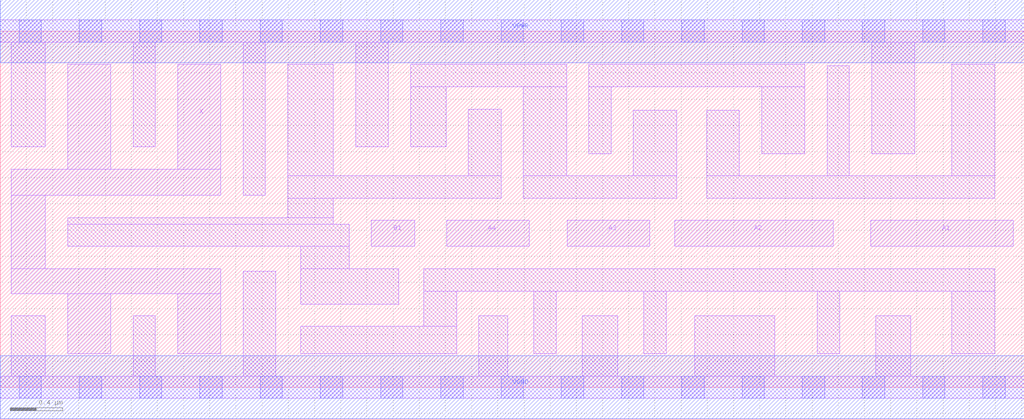
<source format=lef>
# Copyright 2020 The SkyWater PDK Authors
#
# Licensed under the Apache License, Version 2.0 (the "License");
# you may not use this file except in compliance with the License.
# You may obtain a copy of the License at
#
#     https://www.apache.org/licenses/LICENSE-2.0
#
# Unless required by applicable law or agreed to in writing, software
# distributed under the License is distributed on an "AS IS" BASIS,
# WITHOUT WARRANTIES OR CONDITIONS OF ANY KIND, either express or implied.
# See the License for the specific language governing permissions and
# limitations under the License.
#
# SPDX-License-Identifier: Apache-2.0

VERSION 5.7 ;
  NAMESCASESENSITIVE ON ;
  NOWIREEXTENSIONATPIN ON ;
  DIVIDERCHAR "/" ;
  BUSBITCHARS "[]" ;
UNITS
  DATABASE MICRONS 200 ;
END UNITS
MACRO sky130_fd_sc_hd__o41a_4
  CLASS CORE ;
  SOURCE USER ;
  FOREIGN sky130_fd_sc_hd__o41a_4 ;
  ORIGIN  0.000000  0.000000 ;
  SIZE  7.820000 BY  2.720000 ;
  SYMMETRY X Y R90 ;
  SITE unithd ;
  PIN A1
    ANTENNAGATEAREA  0.495000 ;
    DIRECTION INPUT ;
    USE SIGNAL ;
    PORT
      LAYER li1 ;
        RECT 6.650000 1.075000 7.735000 1.275000 ;
    END
  END A1
  PIN A2
    ANTENNAGATEAREA  0.495000 ;
    DIRECTION INPUT ;
    USE SIGNAL ;
    PORT
      LAYER li1 ;
        RECT 5.150000 1.075000 6.360000 1.275000 ;
    END
  END A2
  PIN A3
    ANTENNAGATEAREA  0.495000 ;
    DIRECTION INPUT ;
    USE SIGNAL ;
    PORT
      LAYER li1 ;
        RECT 4.330000 1.075000 4.960000 1.275000 ;
    END
  END A3
  PIN A4
    ANTENNAGATEAREA  0.495000 ;
    DIRECTION INPUT ;
    USE SIGNAL ;
    PORT
      LAYER li1 ;
        RECT 3.410000 1.075000 4.040000 1.275000 ;
    END
  END A4
  PIN B1
    ANTENNAGATEAREA  0.495000 ;
    DIRECTION INPUT ;
    USE SIGNAL ;
    PORT
      LAYER li1 ;
        RECT 2.835000 1.075000 3.165000 1.275000 ;
    END
  END B1
  PIN X
    ANTENNADIFFAREA  0.891000 ;
    DIRECTION OUTPUT ;
    USE SIGNAL ;
    PORT
      LAYER li1 ;
        RECT 0.085000 0.715000 1.685000 0.905000 ;
        RECT 0.085000 0.905000 0.345000 1.465000 ;
        RECT 0.085000 1.465000 1.685000 1.665000 ;
        RECT 0.515000 0.255000 0.845000 0.715000 ;
        RECT 0.515000 1.665000 0.845000 2.465000 ;
        RECT 1.355000 0.255000 1.685000 0.715000 ;
        RECT 1.355000 1.665000 1.685000 2.465000 ;
    END
  END X
  PIN VGND
    DIRECTION INOUT ;
    SHAPE ABUTMENT ;
    USE GROUND ;
    PORT
      LAYER met1 ;
        RECT 0.000000 -0.240000 7.820000 0.240000 ;
    END
  END VGND
  PIN VPWR
    DIRECTION INOUT ;
    SHAPE ABUTMENT ;
    USE POWER ;
    PORT
      LAYER met1 ;
        RECT 0.000000 2.480000 7.820000 2.960000 ;
    END
  END VPWR
  OBS
    LAYER li1 ;
      RECT 0.000000 -0.085000 7.820000 0.085000 ;
      RECT 0.000000  2.635000 7.820000 2.805000 ;
      RECT 0.085000  0.085000 0.345000 0.545000 ;
      RECT 0.085000  1.835000 0.345000 2.635000 ;
      RECT 0.515000  1.075000 2.665000 1.245000 ;
      RECT 0.515000  1.245000 2.545000 1.295000 ;
      RECT 1.015000  0.085000 1.185000 0.545000 ;
      RECT 1.015000  1.835000 1.185000 2.635000 ;
      RECT 1.855000  0.085000 2.105000 0.885000 ;
      RECT 1.855000  1.465000 2.025000 2.635000 ;
      RECT 2.195000  1.295000 2.545000 1.445000 ;
      RECT 2.195000  1.445000 3.825000 1.615000 ;
      RECT 2.195000  1.615000 2.545000 2.465000 ;
      RECT 2.295000  0.255000 3.485000 0.465000 ;
      RECT 2.295000  0.635000 3.045000 0.905000 ;
      RECT 2.295000  0.905000 2.665000 1.075000 ;
      RECT 2.715000  1.835000 2.965000 2.635000 ;
      RECT 3.135000  1.835000 3.405000 2.295000 ;
      RECT 3.135000  2.295000 4.325000 2.465000 ;
      RECT 3.235000  0.465000 3.485000 0.735000 ;
      RECT 3.235000  0.735000 7.595000 0.905000 ;
      RECT 3.575000  1.615000 3.825000 2.125000 ;
      RECT 3.655000  0.085000 3.875000 0.545000 ;
      RECT 3.995000  1.445000 5.165000 1.615000 ;
      RECT 3.995000  1.615000 4.325000 2.295000 ;
      RECT 4.075000  0.255000 4.245000 0.735000 ;
      RECT 4.445000  0.085000 4.715000 0.545000 ;
      RECT 4.495000  1.785000 4.665000 2.295000 ;
      RECT 4.495000  2.295000 6.145000 2.465000 ;
      RECT 4.835000  1.615000 5.165000 2.115000 ;
      RECT 4.915000  0.255000 5.085000 0.735000 ;
      RECT 5.305000  0.085000 5.915000 0.545000 ;
      RECT 5.395000  1.445000 7.595000 1.615000 ;
      RECT 5.395000  1.615000 5.645000 2.115000 ;
      RECT 5.815000  1.785000 6.145000 2.295000 ;
      RECT 6.240000  0.255000 6.410000 0.735000 ;
      RECT 6.315000  1.615000 6.485000 2.455000 ;
      RECT 6.655000  1.785000 6.985000 2.635000 ;
      RECT 6.685000  0.085000 6.955000 0.545000 ;
      RECT 7.265000  0.255000 7.595000 0.735000 ;
      RECT 7.265000  1.615000 7.595000 2.465000 ;
    LAYER mcon ;
      RECT 0.145000 -0.085000 0.315000 0.085000 ;
      RECT 0.145000  2.635000 0.315000 2.805000 ;
      RECT 0.605000 -0.085000 0.775000 0.085000 ;
      RECT 0.605000  2.635000 0.775000 2.805000 ;
      RECT 1.065000 -0.085000 1.235000 0.085000 ;
      RECT 1.065000  2.635000 1.235000 2.805000 ;
      RECT 1.525000 -0.085000 1.695000 0.085000 ;
      RECT 1.525000  2.635000 1.695000 2.805000 ;
      RECT 1.985000 -0.085000 2.155000 0.085000 ;
      RECT 1.985000  2.635000 2.155000 2.805000 ;
      RECT 2.445000 -0.085000 2.615000 0.085000 ;
      RECT 2.445000  2.635000 2.615000 2.805000 ;
      RECT 2.905000 -0.085000 3.075000 0.085000 ;
      RECT 2.905000  2.635000 3.075000 2.805000 ;
      RECT 3.365000 -0.085000 3.535000 0.085000 ;
      RECT 3.365000  2.635000 3.535000 2.805000 ;
      RECT 3.825000 -0.085000 3.995000 0.085000 ;
      RECT 3.825000  2.635000 3.995000 2.805000 ;
      RECT 4.285000 -0.085000 4.455000 0.085000 ;
      RECT 4.285000  2.635000 4.455000 2.805000 ;
      RECT 4.745000 -0.085000 4.915000 0.085000 ;
      RECT 4.745000  2.635000 4.915000 2.805000 ;
      RECT 5.205000 -0.085000 5.375000 0.085000 ;
      RECT 5.205000  2.635000 5.375000 2.805000 ;
      RECT 5.665000 -0.085000 5.835000 0.085000 ;
      RECT 5.665000  2.635000 5.835000 2.805000 ;
      RECT 6.125000 -0.085000 6.295000 0.085000 ;
      RECT 6.125000  2.635000 6.295000 2.805000 ;
      RECT 6.585000 -0.085000 6.755000 0.085000 ;
      RECT 6.585000  2.635000 6.755000 2.805000 ;
      RECT 7.045000 -0.085000 7.215000 0.085000 ;
      RECT 7.045000  2.635000 7.215000 2.805000 ;
      RECT 7.505000 -0.085000 7.675000 0.085000 ;
      RECT 7.505000  2.635000 7.675000 2.805000 ;
  END
END sky130_fd_sc_hd__o41a_4

</source>
